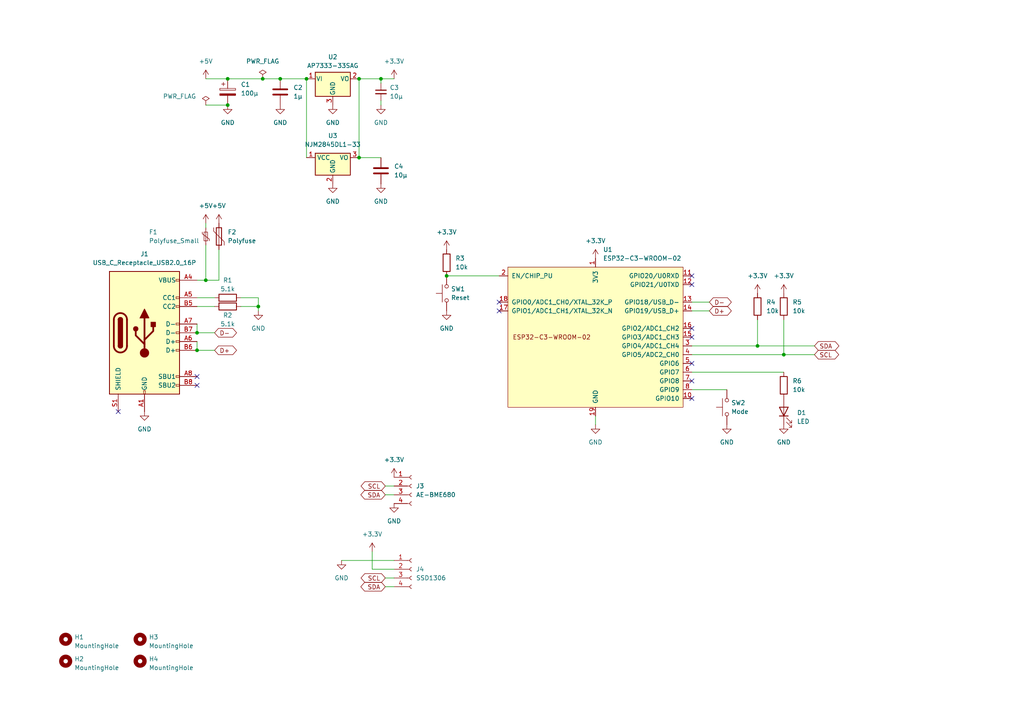
<source format=kicad_sch>
(kicad_sch (version 20230121) (generator eeschema)
  (paper "A4")
  (title_block (title "IoT環境メーター") (date "2024-02-18") (rev "1.1") (company "K.Takata"))
  (lib_symbols
    (symbol "Connector:Conn_01x04_Socket" (pin_names (offset 1.016) hide)
      (property "Reference" "J" (at 0 5.08 0))
      (property "Value" "Conn_01x04_Socket" (at 0 -7.62 0))
      (symbol "Conn_01x04_Socket_1_1"
        (arc (start 0 -4.572) (mid -0.5058 -5.08) (end 0 -5.588) (stroke (width 0.1524)))
        (arc (start 0 -2.032) (mid -0.5058 -2.54) (end 0 -3.048) (stroke (width 0.1524)))
        (polyline (pts (xy -1.27 -5.08) (xy -0.508 -5.08)) (stroke (width 0.1524)))
        (polyline (pts (xy -1.27 -2.54) (xy -0.508 -2.54)) (stroke (width 0.1524)))
        (polyline (pts (xy -1.27 0) (xy -0.508 0)) (stroke (width 0.1524)))
        (polyline (pts (xy -1.27 2.54) (xy -0.508 2.54)) (stroke (width 0.1524)))
        (arc (start 0 0.508) (mid -0.5058 0) (end 0 -0.508) (stroke (width 0.1524)))
        (arc (start 0 3.048) (mid -0.5058 2.54) (end 0 2.032) (stroke (width 0.1524)))
        (pin passive line (at -5.08 2.54 0) (length 3.81) (name "Pin_1") (number "1"))
        (pin passive line (at -5.08 0 0) (length 3.81) (name "Pin_2") (number "2"))
        (pin passive line (at -5.08 -2.54 0) (length 3.81) (name "Pin_3") (number "3"))
        (pin passive line (at -5.08 -5.08 0) (length 3.81) (name "Pin_4") (number "4"))
      )
    )
    (symbol "Connector:USB_C_Receptacle_USB2.0_16P" (pin_names (offset 1.016))
      (property "Reference" "J" (at 0 22.225 0))
      (property "Value" "USB_C_Receptacle_USB2.0_16P" (at 0 19.685 0))
      (symbol "USB_C_Receptacle_USB2.0_16P_0_0"
        (rectangle (start -0.254 -17.78) (end 0.254 -16.764))
        (rectangle (start 10.16 -14.986) (end 9.144 -15.494))
        (rectangle (start 10.16 -12.446) (end 9.144 -12.954))
        (rectangle (start 10.16 -4.826) (end 9.144 -5.334))
        (rectangle (start 10.16 -2.286) (end 9.144 -2.794))
        (rectangle (start 10.16 0.254) (end 9.144 -0.254))
        (rectangle (start 10.16 2.794) (end 9.144 2.286))
        (rectangle (start 10.16 7.874) (end 9.144 7.366))
        (rectangle (start 10.16 10.414) (end 9.144 9.906))
        (rectangle (start 10.16 15.494) (end 9.144 14.986))
      )
      (symbol "USB_C_Receptacle_USB2.0_16P_0_1"
        (rectangle (start -10.16 17.78) (end 10.16 -17.78) (stroke (width 0.254)) (fill (type background)))
        (arc (start -8.89 -3.81) (mid -6.985 -5.7067) (end -5.08 -3.81) (stroke (width 0.508)))
        (arc (start -7.62 -3.81) (mid -6.985 -4.4423) (end -6.35 -3.81) (stroke (width 0.254)))
        (arc (start -7.62 -3.81) (mid -6.985 -4.4423) (end -6.35 -3.81) (stroke (width 0.254)) (fill (type outline)))
        (rectangle (start -7.62 -3.81) (end -6.35 3.81) (stroke (width 0.254)) (fill (type outline)))
        (arc (start -6.35 3.81) (mid -6.985 4.4423) (end -7.62 3.81) (stroke (width 0.254)))
        (arc (start -6.35 3.81) (mid -6.985 4.4423) (end -7.62 3.81) (stroke (width 0.254)) (fill (type outline)))
        (arc (start -5.08 3.81) (mid -6.985 5.7067) (end -8.89 3.81) (stroke (width 0.508)))
        (circle (center -2.54 1.143) (radius 0.635) (stroke (width 0.254)) (fill (type outline)))
        (circle (center 0 -5.842) (radius 1.27) (fill (type outline)))
        (polyline (pts (xy -8.89 -3.81) (xy -8.89 3.81)) (stroke (width 0.508)))
        (polyline (pts (xy -5.08 3.81) (xy -5.08 -3.81)) (stroke (width 0.508)))
        (polyline (pts (xy 0 -5.842) (xy 0 4.318)) (stroke (width 0.508)))
        (polyline (pts (xy 0 -3.302) (xy -2.54 -0.762) (xy -2.54 0.508)) (stroke (width 0.508)))
        (polyline (pts (xy 0 -2.032) (xy 2.54 0.508) (xy 2.54 1.778)) (stroke (width 0.508)))
        (polyline (pts (xy -1.27 4.318) (xy 0 6.858) (xy 1.27 4.318) (xy -1.27 4.318)) (stroke (width 0.254)) (fill (type outline)))
        (rectangle (start 1.905 1.778) (end 3.175 3.048) (stroke (width 0.254)) (fill (type outline)))
      )
      (symbol "USB_C_Receptacle_USB2.0_16P_1_1"
        (pin passive line (at 0 -22.86 90) (length 5.08) (name "GND") (number "A1"))
        (pin passive line (at 0 -22.86 90) (length 5.08) hide (name "GND") (number "A12"))
        (pin passive line (at 15.24 15.24 180) (length 5.08) (name "VBUS") (number "A4"))
        (pin bidirectional line (at 15.24 10.16 180) (length 5.08) (name "CC1") (number "A5"))
        (pin bidirectional line (at 15.24 -2.54 180) (length 5.08) (name "D+") (number "A6"))
        (pin bidirectional line (at 15.24 2.54 180) (length 5.08) (name "D-") (number "A7"))
        (pin bidirectional line (at 15.24 -12.7 180) (length 5.08) (name "SBU1") (number "A8"))
        (pin passive line (at 15.24 15.24 180) (length 5.08) hide (name "VBUS") (number "A9"))
        (pin passive line (at 0 -22.86 90) (length 5.08) hide (name "GND") (number "B1"))
        (pin passive line (at 0 -22.86 90) (length 5.08) hide (name "GND") (number "B12"))
        (pin passive line (at 15.24 15.24 180) (length 5.08) hide (name "VBUS") (number "B4"))
        (pin bidirectional line (at 15.24 7.62 180) (length 5.08) (name "CC2") (number "B5"))
        (pin bidirectional line (at 15.24 -5.08 180) (length 5.08) (name "D+") (number "B6"))
        (pin bidirectional line (at 15.24 0 180) (length 5.08) (name "D-") (number "B7"))
        (pin bidirectional line (at 15.24 -15.24 180) (length 5.08) (name "SBU2") (number "B8"))
        (pin passive line (at 15.24 15.24 180) (length 5.08) hide (name "VBUS") (number "B9"))
        (pin passive line (at -7.62 -22.86 90) (length 5.08) (name "SHIELD") (number "S1"))
      )
    )
    (symbol "Device:C" (pin_numbers hide) (pin_names (offset 0.254))
      (property "Reference" "C" (at 0.635 2.54 0))
      (property "Value" "C" (at 0.635 -2.54 0))
      (symbol "C_0_1"
        (polyline (pts (xy -2.032 -0.762) (xy 2.032 -0.762)) (stroke (width 0.508)))
        (polyline (pts (xy -2.032 0.762) (xy 2.032 0.762)) (stroke (width 0.508)))
      )
      (symbol "C_1_1"
        (pin passive line (at 0 3.81 270) (length 2.794) (name "~") (number "1"))
        (pin passive line (at 0 -3.81 90) (length 2.794) (name "~") (number "2"))
      )
    )
    (symbol "Device:C_Polarized" (pin_numbers hide) (pin_names (offset 0.254))
      (property "Reference" "C" (at 0.635 2.54 0))
      (property "Value" "C_Polarized" (at 0.635 -2.54 0))
      (symbol "C_Polarized_0_1"
        (rectangle (start -2.286 0.508) (end 2.286 1.016))
        (polyline (pts (xy -1.778 2.286) (xy -0.762 2.286)))
        (polyline (pts (xy -1.27 2.794) (xy -1.27 1.778)))
        (rectangle (start 2.286 -0.508) (end -2.286 -1.016) (fill (type outline)))
      )
      (symbol "C_Polarized_1_1"
        (pin passive line (at 0 3.81 270) (length 2.794) (name "~") (number "1"))
        (pin passive line (at 0 -3.81 90) (length 2.794) (name "~") (number "2"))
      )
    )
    (symbol "Device:C_Small" (pin_numbers hide) (pin_names (offset 0.254) hide)
      (property "Reference" "C" (at 0.254 1.778 0))
      (property "Value" "C_Small" (at 0.254 -2.032 0))
      (symbol "C_Small_0_1"
        (polyline (pts (xy -1.524 -0.508) (xy 1.524 -0.508)) (stroke (width 0.3302)))
        (polyline (pts (xy -1.524 0.508) (xy 1.524 0.508)) (stroke (width 0.3048)))
      )
      (symbol "C_Small_1_1"
        (pin passive line (at 0 2.54 270) (length 2.032) (name "~") (number "1"))
        (pin passive line (at 0 -2.54 90) (length 2.032) (name "~") (number "2"))
      )
    )
    (symbol "Device:LED" (pin_numbers hide) (pin_names (offset 1.016) hide)
      (property "Reference" "D" (at 0 2.54 0))
      (property "Value" "LED" (at 0 -2.54 0))
      (symbol "LED_0_1"
        (polyline (pts (xy -1.27 -1.27) (xy -1.27 1.27)) (stroke (width 0.254)))
        (polyline (pts (xy -1.27 0) (xy 1.27 0)))
        (polyline (pts (xy 1.27 -1.27) (xy 1.27 1.27) (xy -1.27 0) (xy 1.27 -1.27)) (stroke (width 0.254)))
        (polyline (pts (xy -3.048 -0.762) (xy -4.572 -2.286) (xy -3.81 -2.286) (xy -4.572 -2.286) (xy -4.572 -1.524)))
        (polyline (pts (xy -1.778 -0.762) (xy -3.302 -2.286) (xy -2.54 -2.286) (xy -3.302 -2.286) (xy -3.302 -1.524)))
      )
      (symbol "LED_1_1"
        (pin passive line (at -3.81 0 0) (length 2.54) (name "K") (number "1"))
        (pin passive line (at 3.81 0 180) (length 2.54) (name "A") (number "2"))
      )
    )
    (symbol "Device:Polyfuse" (pin_numbers hide) (pin_names (offset 0))
      (property "Reference" "F" (at -2.54 0 90))
      (property "Value" "Polyfuse" (at 2.54 0 90))
      (symbol "Polyfuse_0_1"
        (rectangle (start -0.762 2.54) (end 0.762 -2.54) (stroke (width 0.254)))
        (polyline (pts (xy 0 2.54) (xy 0 -2.54)))
        (polyline (pts (xy -1.524 2.54) (xy -1.524 1.524) (xy 1.524 -1.524) (xy 1.524 -2.54)))
      )
      (symbol "Polyfuse_1_1"
        (pin passive line (at 0 3.81 270) (length 1.27) (name "~") (number "1"))
        (pin passive line (at 0 -3.81 90) (length 1.27) (name "~") (number "2"))
      )
    )
    (symbol "Device:Polyfuse_Small" (pin_numbers hide) (pin_names (offset 0))
      (property "Reference" "F" (at -1.905 0 90))
      (property "Value" "Polyfuse_Small" (at 1.905 0 90))
      (symbol "Polyfuse_Small_0_1"
        (rectangle (start -0.508 1.27) (end 0.508 -1.27))
        (polyline (pts (xy 0 2.54) (xy 0 -2.54)))
        (polyline (pts (xy -1.016 1.27) (xy -1.016 0.762) (xy 1.016 -0.762) (xy 1.016 -1.27)))
      )
      (symbol "Polyfuse_Small_1_1"
        (pin passive line (at 0 2.54 270) (length 0.635) (name "~") (number "1"))
        (pin passive line (at 0 -2.54 90) (length 0.635) (name "~") (number "2"))
      )
    )
    (symbol "Device:R" (pin_numbers hide) (pin_names (offset 0))
      (property "Reference" "R" (at 2.032 0 90))
      (property "Value" "R" (at 0 0 90))
      (symbol "R_0_1"
        (rectangle (start -1.016 -2.54) (end 1.016 2.54) (stroke (width 0.254)))
      )
      (symbol "R_1_1"
        (pin passive line (at 0 3.81 270) (length 1.27) (name "~") (number "1"))
        (pin passive line (at 0 -3.81 90) (length 1.27) (name "~") (number "2"))
      )
    )
    (symbol "Mechanical:MountingHole" (pin_names (offset 1.016))
      (property "Reference" "H" (at 0 5.08 0))
      (property "Value" "MountingHole" (at 0 3.175 0))
      (symbol "MountingHole_0_1"
        (circle (center 0 0) (radius 1.27) (stroke (width 1.27)))
      )
    )
    (symbol "PCM_Espressif:ESP32-C3-WROOM-02" (pin_names (offset 1.016))
      (property "Reference" "U" (at -25.4 25.4 0))
      (property "Value" "ESP32-C3-WROOM-02" (at -25.4 22.86 0))
      (symbol "ESP32-C3-WROOM-02_0_0"
        (text "ESP32-C3-WROOM-02" (at -12.7 0 0) (effects (font (size 1.27 1.27))))
      )
      (symbol "ESP32-C3-WROOM-02_0_1"
        (rectangle (start 25.4 20.32) (end -25.4 -20.32) (fill (type background)))
      )
      (symbol "ESP32-C3-WROOM-02_1_1"
        (pin power_in line (at 0 22.86 270) (length 2.54) (name "3V3") (number "1"))
        (pin bidirectional line (at 27.94 -17.78 180) (length 2.54) (name "GPIO10") (number "10"))
        (pin bidirectional line (at 27.94 17.78 180) (length 2.54) (name "GPIO20/U0RXD") (number "11"))
        (pin bidirectional line (at 27.94 15.24 180) (length 2.54) (name "GPIO21/U0TXD") (number "12"))
        (pin bidirectional line (at 27.94 10.16 180) (length 2.54) (name "GPIO18/USB_D-") (number "13"))
        (pin bidirectional line (at 27.94 7.62 180) (length 2.54) (name "GPIO19/USB_D+") (number "14"))
        (pin bidirectional line (at 27.94 0 180) (length 2.54) (name "GPIO3/ADC1_CH3") (number "15"))
        (pin bidirectional line (at 27.94 2.54 180) (length 2.54) (name "GPIO2/ADC1_CH2") (number "16"))
        (pin bidirectional line (at -27.94 7.62 0) (length 2.54) (name "GPIO1/ADC1_CH1/XTAL_32K_N") (number "17"))
        (pin bidirectional line (at -27.94 10.16 0) (length 2.54) (name "GPIO0/ADC1_CH0/XTAL_32K_P") (number "18"))
        (pin power_in line (at 0 -22.86 90) (length 2.54) (name "GND") (number "19"))
        (pin input line (at -27.94 17.78 0) (length 2.54) (name "EN/CHIP_PU") (number "2"))
        (pin bidirectional line (at 27.94 -2.54 180) (length 2.54) (name "GPIO4/ADC1_CH4") (number "3"))
        (pin bidirectional line (at 27.94 -5.08 180) (length 2.54) (name "GPIO5/ADC2_CH0") (number "4"))
        (pin bidirectional line (at 27.94 -7.62 180) (length 2.54) (name "GPIO6") (number "5"))
        (pin bidirectional line (at 27.94 -10.16 180) (length 2.54) (name "GPIO7") (number "6"))
        (pin bidirectional line (at 27.94 -12.7 180) (length 2.54) (name "GPIO8") (number "7"))
        (pin bidirectional line (at 27.94 -15.24 180) (length 2.54) (name "GPIO9") (number "8"))
        (pin passive line (at 0 -22.86 90) (length 2.54) hide (name "GND") (number "9"))
      )
    )
    (symbol "Regulator_Linear:AP7384-33SA" (pin_names (offset 0.254))
      (property "Reference" "U" (at -3.81 3.175 0))
      (property "Value" "AP7384-33SA" (at 0 3.175 0))
      (symbol "AP7384-33SA_0_1"
        (rectangle (start -5.08 1.905) (end 5.08 -5.08) (stroke (width 0.254)) (fill (type background)))
      )
      (symbol "AP7384-33SA_1_1"
        (pin power_in line (at -7.62 0 0) (length 2.54) (name "VI") (number "1"))
        (pin power_out line (at 7.62 0 180) (length 2.54) (name "VO") (number "2"))
        (pin power_in line (at 0 -7.62 90) (length 2.54) (name "GND") (number "3"))
      )
    )
    (symbol "Regulator_Linear:BD33FC0FP"
      (property "Reference" "U" (at 0 7.62 0))
      (property "Value" "BD33FC0FP" (at 0 5.08 0))
      (symbol "BD33FC0FP_1_1"
        (rectangle (start -5.08 -5.08) (end 5.08 1.27) (stroke (width 0.254)) (fill (type background)))
        (pin power_in line (at -7.62 0 0) (length 2.54) (name "VCC") (number "1"))
        (pin power_in line (at 0 -7.62 90) (length 2.54) (name "GND") (number "2"))
        (pin power_out line (at 7.62 0 180) (length 2.54) (name "VO") (number "3"))
      )
    )
    (symbol "Switch:SW_Push" (pin_numbers hide) (pin_names (offset 1.016) hide)
      (property "Reference" "SW" (at 1.27 2.54 0))
      (property "Value" "SW_Push" (at 0 -1.524 0))
      (symbol "SW_Push_0_1"
        (circle (center -2.032 0) (radius 0.508))
        (polyline (pts (xy 0 1.27) (xy 0 3.048)))
        (polyline (pts (xy 2.54 1.27) (xy -2.54 1.27)))
        (circle (center 2.032 0) (radius 0.508))
        (pin passive line (at -5.08 0 0) (length 2.54) (name "1") (number "1"))
        (pin passive line (at 5.08 0 180) (length 2.54) (name "2") (number "2"))
      )
    )
    (symbol "power:+3.3V" (power) (pin_names (offset 0))
      (property "Value" "+3.3V" (at 0 3.556 0))
      (symbol "+3.3V_0_1"
        (polyline (pts (xy -0.762 1.27) (xy 0 2.54)))
        (polyline (pts (xy 0 0) (xy 0 2.54)))
        (polyline (pts (xy 0 2.54) (xy 0.762 1.27)))
      )
      (symbol "+3.3V_1_1"
        (pin power_in line (at 0 0 90) (length 0) hide (name "+3.3V") (number "1"))
      )
    )
    (symbol "power:+5V" (power) (pin_names (offset 0))
      (property "Value" "+5V" (at 0 3.556 0))
      (symbol "+5V_0_1"
        (polyline (pts (xy -0.762 1.27) (xy 0 2.54)))
        (polyline (pts (xy 0 0) (xy 0 2.54)))
        (polyline (pts (xy 0 2.54) (xy 0.762 1.27)))
      )
      (symbol "+5V_1_1"
        (pin power_in line (at 0 0 90) (length 0) hide (name "+5V") (number "1"))
      )
    )
    (symbol "power:GND" (power) (pin_names (offset 0))
      (property "Value" "GND" (at 0 -3.81 0))
      (symbol "GND_0_1"
        (polyline (pts (xy 0 0) (xy 0 -1.27) (xy 1.27 -1.27) (xy 0 -2.54) (xy -1.27 -1.27) (xy 0 -1.27)))
      )
      (symbol "GND_1_1"
        (pin power_in line (at 0 0 270) (length 0) hide (name "GND") (number "1"))
      )
    )
    (symbol "power:PWR_FLAG" (power) (pin_numbers hide) (pin_names (offset 0) hide)
      (property "Value" "PWR_FLAG" (at 0 3.81 0))
      (symbol "PWR_FLAG_0_0"
        (pin power_out line (at 0 0 90) (length 0) (name "pwr") (number "1"))
      )
      (symbol "PWR_FLAG_0_1"
        (polyline (pts (xy 0 0) (xy 0 1.27) (xy -1.016 1.905) (xy 0 2.54) (xy 1.016 1.905) (xy 0 1.27)))
      )
    )
  )
  (junction (at 227.33 102.87))
  (junction (at 76.2 22.86))
  (junction (at 104.14 22.86))
  (junction (at 129.54 80.01))
  (junction (at 74.93 88.9))
  (junction (at 81.28 22.86))
  (junction (at 88.9 22.86))
  (junction (at 66.04 30.48))
  (junction (at 59.69 81.28))
  (junction (at 219.71 100.33))
  (junction (at 66.04 22.86))
  (junction (at 104.14 45.72))
  (junction (at 110.49 22.86))
  (junction (at 57.15 96.52))
  (junction (at 57.15 101.6))
  (no_connect (at 144.78 90.17))
  (no_connect (at 200.66 80.01))
  (no_connect (at 34.29 119.38))
  (no_connect (at 57.15 111.76))
  (no_connect (at 57.15 109.22))
  (no_connect (at 200.66 115.57))
  (no_connect (at 200.66 82.55))
  (no_connect (at 200.66 105.41))
  (no_connect (at 144.78 87.63))
  (no_connect (at 200.66 95.25))
  (no_connect (at 200.66 110.49))
  (no_connect (at 200.66 97.79))
  (wire (pts (xy 66.04 22.86) (xy 76.2 22.86)))
  (wire (pts (xy 129.54 80.01) (xy 144.78 80.01)))
  (wire (pts (xy 104.14 22.86) (xy 104.14 45.72)))
  (wire (pts (xy 88.9 45.72) (xy 88.9 22.86)))
  (wire (pts (xy 57.15 81.28) (xy 59.69 81.28)))
  (wire (pts (xy 57.15 99.06) (xy 57.15 101.6)))
  (wire (pts (xy 57.15 101.6) (xy 62.23 101.6)))
  (wire (pts (xy 172.72 123.19) (xy 172.72 120.65)))
  (wire (pts (xy 59.69 81.28) (xy 59.69 71.12)))
  (wire (pts (xy 63.5 72.39) (xy 63.5 81.28)))
  (wire (pts (xy 205.74 87.63) (xy 200.66 87.63)))
  (wire (pts (xy 69.85 88.9) (xy 74.93 88.9)))
  (wire (pts (xy 200.66 100.33) (xy 219.71 100.33)))
  (wire (pts (xy 74.93 86.36) (xy 74.93 88.9)))
  (wire (pts (xy 111.76 143.51) (xy 114.3 143.51)))
  (wire (pts (xy 69.85 86.36) (xy 74.93 86.36)))
  (wire (pts (xy 59.69 30.48) (xy 66.04 30.48)))
  (wire (pts (xy 81.28 22.86) (xy 88.9 22.86)))
  (wire (pts (xy 200.66 102.87) (xy 227.33 102.87)))
  (wire (pts (xy 104.14 22.86) (xy 110.49 22.86)))
  (wire (pts (xy 66.04 22.86) (xy 59.69 22.86)))
  (wire (pts (xy 227.33 102.87) (xy 236.22 102.87)))
  (wire (pts (xy 57.15 86.36) (xy 62.23 86.36)))
  (wire (pts (xy 107.95 160.02) (xy 107.95 165.1)))
  (wire (pts (xy 111.76 140.97) (xy 114.3 140.97)))
  (wire (pts (xy 99.06 162.56) (xy 114.3 162.56)))
  (wire (pts (xy 57.15 93.98) (xy 57.15 96.52)))
  (wire (pts (xy 200.66 113.03) (xy 210.82 113.03)))
  (wire (pts (xy 76.2 22.86) (xy 81.28 22.86)))
  (wire (pts (xy 74.93 90.17) (xy 74.93 88.9)))
  (wire (pts (xy 110.49 24.13) (xy 110.49 22.86)))
  (wire (pts (xy 111.76 167.64) (xy 114.3 167.64)))
  (wire (pts (xy 110.49 29.21) (xy 110.49 30.48)))
  (wire (pts (xy 227.33 92.71) (xy 227.33 102.87)))
  (wire (pts (xy 107.95 165.1) (xy 114.3 165.1)))
  (wire (pts (xy 59.69 64.77) (xy 59.69 66.04)))
  (wire (pts (xy 219.71 100.33) (xy 236.22 100.33)))
  (wire (pts (xy 110.49 22.86) (xy 114.3 22.86)))
  (wire (pts (xy 219.71 92.71) (xy 219.71 100.33)))
  (wire (pts (xy 104.14 45.72) (xy 110.49 45.72)))
  (wire (pts (xy 57.15 88.9) (xy 62.23 88.9)))
  (wire (pts (xy 57.15 96.52) (xy 62.23 96.52)))
  (wire (pts (xy 111.76 170.18) (xy 114.3 170.18)))
  (wire (pts (xy 200.66 107.95) (xy 227.33 107.95)))
  (wire (pts (xy 63.5 81.28) (xy 59.69 81.28)))
  (wire (pts (xy 205.74 90.17) (xy 200.66 90.17)))
  (global_label "D-" (shape bidirectional) (at 62.23 96.52 0) (property "Intersheetrefs" "${INTERSHEET_REFS}" (effects hide)))
  (global_label "D+" (shape bidirectional) (at 205.74 90.17 0) (property "Intersheetrefs" "${INTERSHEET_REFS}" (effects hide)))
  (global_label "SCL" (shape bidirectional) (at 236.22 102.87 0) (property "Intersheetrefs" "${INTERSHEET_REFS}" (effects hide)))
  (global_label "SDA" (shape bidirectional) (at 111.76 170.18 180) (property "Intersheetrefs" "${INTERSHEET_REFS}" (effects hide)))
  (global_label "D+" (shape bidirectional) (at 62.23 101.6 0) (property "Intersheetrefs" "${INTERSHEET_REFS}" (effects hide)))
  (global_label "D-" (shape bidirectional) (at 205.74 87.63 0) (property "Intersheetrefs" "${INTERSHEET_REFS}" (effects hide)))
  (global_label "SCL" (shape bidirectional) (at 111.76 140.97 180) (property "Intersheetrefs" "${INTERSHEET_REFS}" (effects hide)))
  (global_label "SCL" (shape bidirectional) (at 111.76 167.64 180) (property "Intersheetrefs" "${INTERSHEET_REFS}" (effects hide)))
  (global_label "SDA" (shape bidirectional) (at 111.76 143.51 180) (property "Intersheetrefs" "${INTERSHEET_REFS}" (effects hide)))
  (global_label "SDA" (shape bidirectional) (at 236.22 100.33 0) (property "Intersheetrefs" "${INTERSHEET_REFS}" (effects hide)))
  (symbol (lib_id "Mechanical:MountingHole") (at 19.05 191.77 0) (unit 1)
    (property "Reference" "H2" (at 21.59 191.135 0) (effects (justify left)))
    (property "Value" "MountingHole" (at 21.59 193.675 0) (effects (justify left)))
    (property "Footprint" "MountingHole:MountingHole_3.2mm_M3" (effects hide))
  )
  (symbol (lib_id "power:PWR_FLAG") (at 76.2 22.86 0) (unit 1)
    (property "Reference" "#FLG01" (effects hide))
    (property "Value" "PWR_FLAG" (at 76.2 17.78 0))
  )
  (symbol (lib_id "Device:R") (at 219.71 88.9 0) (unit 1)
    (property "Reference" "R4" (at 222.25 87.63 0) (effects (justify left)))
    (property "Value" "10k" (at 222.25 90.17 0) (effects (justify left)))
    (property "Footprint" "Resistor_THT:R_Axial_DIN0207_L6.3mm_D2.5mm_P7.62mm_Horizontal" (effects hide))
  )
  (symbol (lib_id "PCM_Espressif:ESP32-C3-WROOM-02") (at 172.72 97.79 0) (unit 1)
    (property "Reference" "U1" (at 174.9141 72.39 0) (effects (justify left)))
    (property "Value" "ESP32-C3-WROOM-02" (at 174.9141 74.93 0) (effects (justify left)))
    (property "Footprint" "PCM_Espressif:ESP32-C3-WROOM-02" (effects hide))
    (property "Datasheet" "https://www.espressif.com/sites/default/files/documentation/esp32-c3-wroom-02_datasheet_en.pdf" (effects hide))
  )
  (symbol (lib_id "power:+3.3V") (at 114.3 22.86 0) (unit 1)
    (property "Reference" "#PWR013" (effects hide))
    (property "Value" "+3.3V" (at 114.3 17.78 0))
  )
  (symbol (lib_id "Mechanical:MountingHole") (at 40.64 191.77 0) (unit 1)
    (property "Reference" "H4" (at 43.18 191.135 0) (effects (justify left)))
    (property "Value" "MountingHole" (at 43.18 193.675 0) (effects (justify left)))
    (property "Footprint" "MountingHole:MountingHole_3.2mm_M3" (effects hide))
  )
  (symbol (lib_id "power:+3.3V") (at 227.33 85.09 0) (unit 1)
    (property "Reference" "#PWR012" (effects hide))
    (property "Value" "+3.3V" (at 227.33 80.01 0))
  )
  (symbol (lib_id "power:+5V") (at 59.69 64.77 0) (unit 1)
    (property "Reference" "#PWR018" (effects hide))
    (property "Value" "+5V" (at 59.69 59.69 0))
  )
  (symbol (lib_id "power:GND") (at 96.52 30.48 0) (unit 1)
    (property "Reference" "#PWR016" (effects hide))
    (property "Value" "GND" (at 96.52 35.56 0))
  )
  (symbol (lib_id "Device:R") (at 227.33 88.9 0) (unit 1)
    (property "Reference" "R5" (at 229.87 87.63 0) (effects (justify left)))
    (property "Value" "10k" (at 229.87 90.17 0) (effects (justify left)))
    (property "Footprint" "Resistor_THT:R_Axial_DIN0207_L6.3mm_D2.5mm_P7.62mm_Horizontal" (effects hide))
  )
  (symbol (lib_id "Mechanical:MountingHole") (at 40.64 185.42 0) (unit 1)
    (property "Reference" "H3" (at 43.18 184.785 0) (effects (justify left)))
    (property "Value" "MountingHole" (at 43.18 187.325 0) (effects (justify left)))
    (property "Footprint" "MountingHole:MountingHole_3.2mm_M3" (effects hide))
  )
  (symbol (lib_id "power:GND") (at 41.91 119.38 0) (unit 1)
    (property "Reference" "#PWR08" (effects hide))
    (property "Value" "GND" (at 41.91 124.46 0))
  )
  (symbol (lib_id "power:+3.3V") (at 219.71 85.09 0) (unit 1)
    (property "Reference" "#PWR01" (effects hide))
    (property "Value" "+3.3V" (at 219.71 80.01 0))
  )
  (symbol (lib_id "Switch:SW_Push") (at 210.82 118.11 90) (unit 1)
    (property "Reference" "SW2" (at 212.09 116.84 90) (effects (justify right)))
    (property "Value" "Mode" (at 212.09 119.38 90) (effects (justify right)))
    (property "Footprint" "Button_Switch_THT:SW_PUSH_6mm" (effects hide))
  )
  (symbol (lib_id "power:+3.3V") (at 107.95 160.02 0) (unit 1)
    (property "Reference" "#PWR020" (effects hide))
    (property "Value" "+3.3V" (at 107.95 154.94 0))
  )
  (symbol (lib_id "Connector:USB_C_Receptacle_USB2.0_16P") (at 41.91 96.52 0) (unit 1)
    (property "Reference" "J1" (at 41.91 73.66 0))
    (property "Value" "USB_C_Receptacle_USB2.0_16P" (at 41.91 76.2 0))
    (property "Footprint" "mylib:Connector_USB_C_simple_combo" (effects hide))
    (property "Datasheet" "https://www.usb.org/sites/default/files/documents/usb_type-c.zip" (effects hide))
  )
  (symbol (lib_id "power:GND") (at 66.04 30.48 0) (unit 1)
    (property "Reference" "#PWR015" (effects hide))
    (property "Value" "GND" (at 66.04 35.56 0))
  )
  (symbol (lib_id "power:+5V") (at 59.69 22.86 0) (unit 1)
    (property "Reference" "#PWR02" (effects hide))
    (property "Value" "+5V" (at 59.69 17.78 0))
  )
  (symbol (lib_id "Switch:SW_Push") (at 129.54 85.09 90) (unit 1)
    (property "Reference" "SW1" (at 130.81 83.82 90) (effects (justify right)))
    (property "Value" "Reset" (at 130.81 86.36 90) (effects (justify right)))
    (property "Footprint" "Button_Switch_THT:SW_PUSH_6mm" (effects hide))
  )
  (symbol (lib_id "Connector:Conn_01x04_Socket") (at 119.38 165.1 0) (unit 1)
    (property "Reference" "J4" (at 120.65 165.1 0) (effects (justify left)))
    (property "Value" "SSD1306" (at 120.65 167.64 0) (effects (justify left)))
    (property "Footprint" "Connector_PinSocket_2.54mm:PinSocket_1x04_P2.54mm_Vertical" (effects hide))
  )
  (symbol (lib_id "power:GND") (at 172.72 123.19 0) (unit 1)
    (property "Reference" "#PWR06" (effects hide))
    (property "Value" "GND" (at 172.72 128.27 0))
  )
  (symbol (lib_id "Device:C") (at 110.49 49.53 0) (unit 1)
    (property "Reference" "C4" (at 114.3 48.26 0) (effects (justify left)))
    (property "Value" "10μ" (at 114.3 50.8 0) (effects (justify left)))
    (property "Footprint" "Capacitor_THT:C_Disc_D4.7mm_W2.5mm_P5.00mm" (effects hide))
  )
  (symbol (lib_id "power:GND") (at 110.49 53.34 0) (unit 1)
    (property "Reference" "#PWR024" (effects hide))
    (property "Value" "GND" (at 110.49 58.42 0))
  )
  (symbol (lib_id "power:GND") (at 74.93 90.17 0) (unit 1)
    (property "Reference" "#PWR010" (effects hide))
    (property "Value" "GND" (at 74.93 95.25 0))
  )
  (symbol (lib_id "Connector:Conn_01x04_Socket") (at 119.38 140.97 0) (unit 1)
    (property "Reference" "J3" (at 120.65 140.97 0) (effects (justify left)))
    (property "Value" "AE-BME680" (at 120.65 143.51 0) (effects (justify left)))
    (property "Footprint" "Connector_PinSocket_2.54mm:PinSocket_1x04_P2.54mm_Vertical" (effects hide))
  )
  (symbol (lib_id "Device:R") (at 66.04 86.36 90) (unit 1)
    (property "Reference" "R1" (at 66.04 81.28 90))
    (property "Value" "5.1k" (at 66.04 83.82 90))
    (property "Footprint" "Resistor_THT:R_Axial_DIN0204_L3.6mm_D1.6mm_P5.08mm_Horizontal" (effects hide))
  )
  (symbol (lib_id "Device:R") (at 129.54 76.2 0) (unit 1)
    (property "Reference" "R3" (at 132.08 74.93 0) (effects (justify left)))
    (property "Value" "10k" (at 132.08 77.47 0) (effects (justify left)))
    (property "Footprint" "Resistor_THT:R_Axial_DIN0207_L6.3mm_D2.5mm_P7.62mm_Horizontal" (effects hide))
  )
  (symbol (lib_id "power:GND") (at 210.82 123.19 0) (unit 1)
    (property "Reference" "#PWR03" (effects hide))
    (property "Value" "GND" (at 210.82 128.27 0))
  )
  (symbol (lib_id "Device:C") (at 81.28 26.67 0) (unit 1)
    (property "Reference" "C2" (at 85.09 25.4 0) (effects (justify left)))
    (property "Value" "1μ" (at 85.09 27.94 0) (effects (justify left)))
    (property "Footprint" "Capacitor_THT:C_Disc_D3.8mm_W2.6mm_P2.50mm" (effects hide))
  )
  (symbol (lib_id "power:GND") (at 227.33 123.19 0) (unit 1)
    (property "Reference" "#PWR011" (effects hide))
    (property "Value" "GND" (at 227.33 128.27 0))
  )
  (symbol (lib_id "power:+5V") (at 63.5 64.77 0) (unit 1)
    (property "Reference" "#PWR025" (effects hide))
    (property "Value" "+5V" (at 63.5 59.69 0))
  )
  (symbol (lib_id "power:PWR_FLAG") (at 59.69 30.48 0) (unit 1)
    (property "Reference" "#FLG02" (effects hide))
    (property "Value" "PWR_FLAG" (at 52.07 27.94 0))
  )
  (symbol (lib_id "Device:R") (at 227.33 111.76 0) (unit 1)
    (property "Reference" "R6" (at 229.87 110.49 0) (effects (justify left)))
    (property "Value" "10k" (at 229.87 113.03 0) (effects (justify left)))
    (property "Footprint" "Resistor_THT:R_Axial_DIN0207_L6.3mm_D2.5mm_P7.62mm_Horizontal" (effects hide))
  )
  (symbol (lib_id "power:+3.3V") (at 114.3 138.43 0) (unit 1)
    (property "Reference" "#PWR019" (effects hide))
    (property "Value" "+3.3V" (at 114.3 133.35 0))
  )
  (symbol (lib_id "Regulator_Linear:BD33FC0FP") (at 96.52 45.72 0) (unit 1)
    (property "Reference" "U3" (at 96.52 39.37 0))
    (property "Value" "NJM2845DL1-33" (at 96.52 41.91 0))
    (property "Footprint" "Package_TO_SOT_SMD:TO-252-2" (effects hide))
    (property "Datasheet" "https://fscdn.rohm.com/en/products/databook/datasheet/ic/power/linear_regulator/bdxxfc0wefj-e.pdf" (effects hide))
    (property "Sim.Enable" "0" (effects hide))
  )
  (symbol (lib_id "power:+3.3V") (at 172.72 74.93 0) (unit 1)
    (property "Reference" "#PWR07" (effects hide))
    (property "Value" "+3.3V" (at 172.72 69.85 0))
  )
  (symbol (lib_id "Device:Polyfuse") (at 63.5 68.58 180) (unit 1)
    (property "Reference" "F2" (at 66.04 67.31 0) (effects (justify right)))
    (property "Value" "Polyfuse" (at 66.04 69.85 0) (effects (justify right)))
    (property "Footprint" "Capacitor_THT:C_Disc_D4.3mm_W1.9mm_P5.00mm" (effects hide))
  )
  (symbol (lib_id "power:GND") (at 110.49 30.48 0) (unit 1)
    (property "Reference" "#PWR017" (effects hide))
    (property "Value" "GND" (at 110.49 35.56 0))
  )
  (symbol (lib_id "Regulator_Linear:AP7384-33SA") (at 96.52 22.86 0) (unit 1)
    (property "Reference" "U2" (at 96.52 16.51 0))
    (property "Value" "AP7333-33SAG" (at 96.52 19.05 0))
    (property "Footprint" "Package_TO_SOT_SMD:SOT-23" (effects hide))
    (property "Datasheet" "https://www.diodes.com/assets/Datasheets/AP7384.pdf" (effects hide))
  )
  (symbol (lib_id "Device:C_Polarized") (at 66.04 26.67 0) (unit 1)
    (property "Reference" "C1" (at 69.85 24.511 0) (effects (justify left)))
    (property "Value" "100μ" (at 69.85 27.051 0) (effects (justify left)))
    (property "Footprint" "Capacitor_THT:CP_Radial_D6.3mm_P2.50mm" (effects hide))
  )
  (symbol (lib_id "power:GND") (at 99.06 162.56 0) (unit 1)
    (property "Reference" "#PWR022" (effects hide))
    (property "Value" "GND" (at 99.06 167.64 0))
  )
  (symbol (lib_id "Device:R") (at 66.04 88.9 90) (unit 1)
    (property "Reference" "R2" (at 66.04 91.44 90))
    (property "Value" "5.1k" (at 66.04 93.98 90))
    (property "Footprint" "Resistor_THT:R_Axial_DIN0204_L3.6mm_D1.6mm_P5.08mm_Horizontal" (effects hide))
  )
  (symbol (lib_id "Device:Polyfuse_Small") (at 59.69 68.58 180) (unit 1)
    (property "Reference" "F1" (at 43.18 67.31 0) (effects (justify right)))
    (property "Value" "Polyfuse_Small" (at 43.18 69.85 0) (effects (justify right)))
    (property "Footprint" "Capacitor_SMD:C_1210_3225Metric_Pad1.33x2.70mm_HandSolder" (effects hide))
  )
  (symbol (lib_id "power:GND") (at 114.3 146.05 0) (unit 1)
    (property "Reference" "#PWR021" (effects hide))
    (property "Value" "GND" (at 114.3 151.13 0))
  )
  (symbol (lib_id "power:GND") (at 129.54 90.17 0) (unit 1)
    (property "Reference" "#PWR05" (effects hide))
    (property "Value" "GND" (at 129.54 95.25 0))
  )
  (symbol (lib_id "Device:LED") (at 227.33 119.38 90) (unit 1)
    (property "Reference" "D1" (at 231.14 119.6975 90) (effects (justify right)))
    (property "Value" "LED" (at 231.14 122.2375 90) (effects (justify right)))
    (property "Footprint" "LED_THT:LED_D5.0mm" (effects hide))
  )
  (symbol (lib_id "power:GND") (at 96.52 53.34 0) (unit 1)
    (property "Reference" "#PWR023" (effects hide))
    (property "Value" "GND" (at 96.52 58.42 0))
  )
  (symbol (lib_id "Mechanical:MountingHole") (at 19.05 185.42 0) (unit 1)
    (property "Reference" "H1" (at 21.59 184.785 0) (effects (justify left)))
    (property "Value" "MountingHole" (at 21.59 187.325 0) (effects (justify left)))
    (property "Footprint" "MountingHole:MountingHole_3.2mm_M3" (effects hide))
  )
  (symbol (lib_id "power:+3.3V") (at 129.54 72.39 0) (unit 1)
    (property "Reference" "#PWR04" (effects hide))
    (property "Value" "+3.3V" (at 129.54 67.31 0))
  )
  (symbol (lib_id "power:GND") (at 81.28 30.48 0) (unit 1)
    (property "Reference" "#PWR014" (effects hide))
    (property "Value" "GND" (at 81.28 35.56 0))
  )
  (symbol (lib_id "Device:C_Small") (at 110.49 26.67 0) (unit 1)
    (property "Reference" "C3" (at 113.03 25.4063 0) (effects (justify left)))
    (property "Value" "10μ" (at 113.03 27.9463 0) (effects (justify left)))
    (property "Footprint" "Capacitor_SMD:C_1210_3225Metric_Pad1.33x2.70mm_HandSolder" (effects hide))
  )
)
</source>
